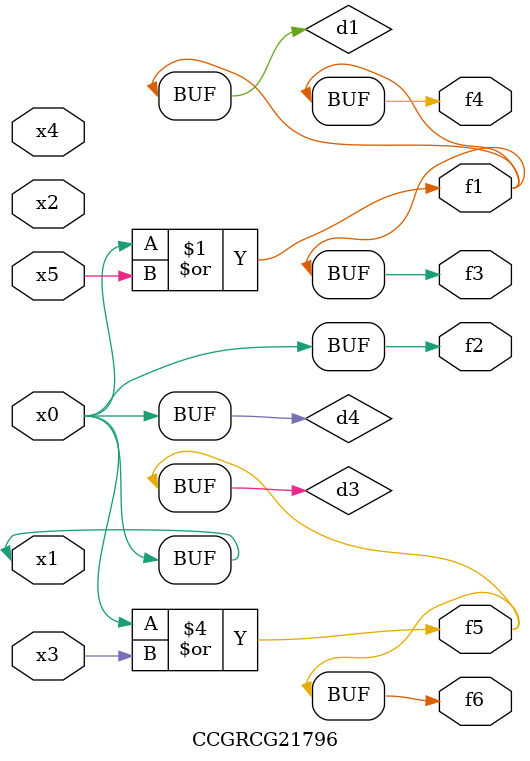
<source format=v>
module CCGRCG21796(
	input x0, x1, x2, x3, x4, x5,
	output f1, f2, f3, f4, f5, f6
);

	wire d1, d2, d3, d4;

	or (d1, x0, x5);
	xnor (d2, x1, x4);
	or (d3, x0, x3);
	buf (d4, x0, x1);
	assign f1 = d1;
	assign f2 = d4;
	assign f3 = d1;
	assign f4 = d1;
	assign f5 = d3;
	assign f6 = d3;
endmodule

</source>
